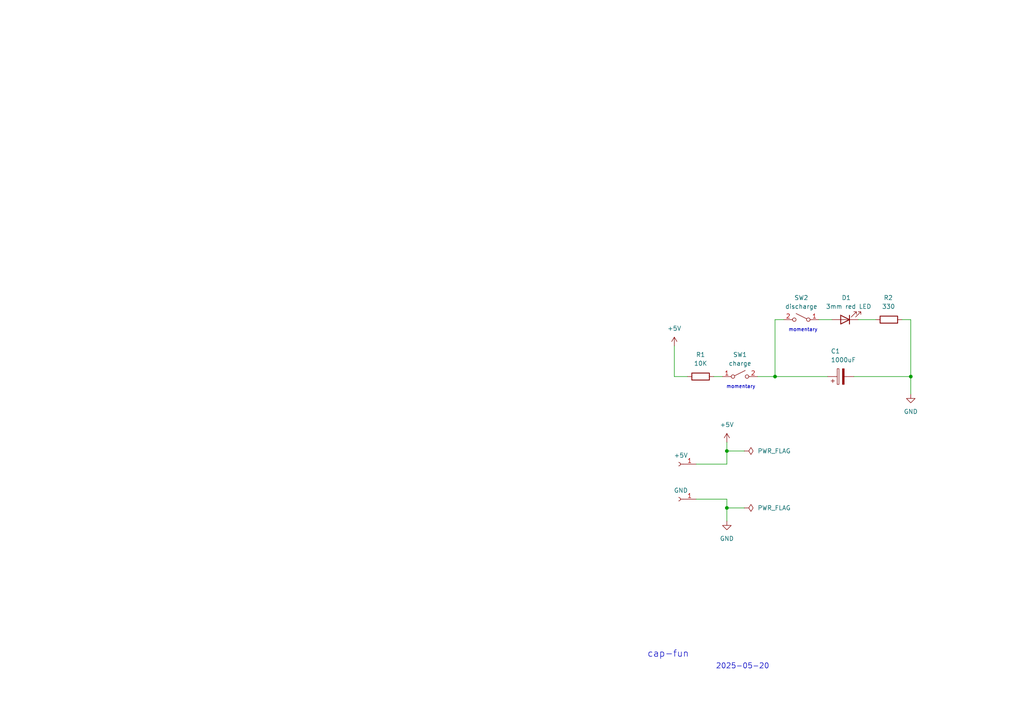
<source format=kicad_sch>
(kicad_sch (version 20250114) (generator "eeschema") (generator_version "9.0")
  (paper "A4")
  (lib_symbols
    (symbol "Connector:Conn_01x01_Socket" (pin_names (offset 1.016) (hide yes))
      (property "Reference" "J" (at 0 2.54 0))
      (property "Value" "Conn_01x01_Socket" (at 0 -2.54 0))
      (symbol "Conn_01x01_Socket_1_1"
        (polyline (pts (xy -1.27 0) (xy -0.508 0)) (stroke (width 0.1524)))
        (arc (start 0 -0.508) (mid -0.5058 0) (end 0 0.508) (stroke (width 0.1524)))
        (pin passive line (at -5.08 0 0) (length 3.81) (name "Pin_1") (number "1"))
      )
    )
    (symbol "Device:C_Polarized" (pin_numbers (hide yes)) (pin_names (offset 0.254))
      (property "Reference" "C" (at 0.635 2.54 0))
      (property "Value" "C_Polarized" (at 0.635 -2.54 0))
      (symbol "C_Polarized_0_1"
        (rectangle (start -2.286 0.508) (end 2.286 1.016))
        (polyline (pts (xy -1.778 2.286) (xy -0.762 2.286)))
        (polyline (pts (xy -1.27 2.794) (xy -1.27 1.778)))
        (rectangle (start 2.286 -0.508) (end -2.286 -1.016) (fill (type outline)))
      )
      (symbol "C_Polarized_1_1"
        (pin passive line (at 0 3.81 270) (length 2.794) (name "~") (number "1"))
        (pin passive line (at 0 -3.81 90) (length 2.794) (name "~") (number "2"))
      )
    )
    (symbol "Device:LED" (pin_numbers (hide yes)) (pin_names (offset 1.016) (hide yes))
      (property "Reference" "D" (at 0 2.54 0))
      (property "Value" "LED" (at 0 -2.54 0))
      (symbol "LED_0_1"
        (polyline (pts (xy -3.048 -0.762) (xy -4.572 -2.286) (xy -3.81 -2.286) (xy -4.572 -2.286) (xy -4.572 -1.524)))
        (polyline (pts (xy -1.778 -0.762) (xy -3.302 -2.286) (xy -2.54 -2.286) (xy -3.302 -2.286) (xy -3.302 -1.524)))
        (polyline (pts (xy -1.27 0) (xy 1.27 0)))
        (polyline (pts (xy -1.27 -1.27) (xy -1.27 1.27)) (stroke (width 0.254)))
        (polyline (pts (xy 1.27 -1.27) (xy 1.27 1.27) (xy -1.27 0) (xy 1.27 -1.27)) (stroke (width 0.254)))
      )
      (symbol "LED_1_1"
        (pin passive line (at -3.81 0 0) (length 2.54) (name "K") (number "1"))
        (pin passive line (at 3.81 0 180) (length 2.54) (name "A") (number "2"))
      )
    )
    (symbol "Device:R" (pin_numbers (hide yes)) (pin_names (offset 0))
      (property "Reference" "R" (at 2.032 0 90))
      (property "Value" "R" (at 0 0 90))
      (symbol "R_0_1"
        (rectangle (start -1.016 -2.54) (end 1.016 2.54) (stroke (width 0.254)))
      )
      (symbol "R_1_1"
        (pin passive line (at 0 3.81 270) (length 1.27) (name "~") (number "1"))
        (pin passive line (at 0 -3.81 90) (length 1.27) (name "~") (number "2"))
      )
    )
    (symbol "Switch:SW_SPST" (pin_names (offset 0) (hide yes))
      (property "Reference" "SW" (at 0 3.175 0))
      (property "Value" "SW_SPST" (at 0 -2.54 0))
      (symbol "SW_SPST_0_0"
        (circle (center -2.032 0) (radius 0.508))
        (polyline (pts (xy -1.524 0.254) (xy 1.524 1.778)))
        (circle (center 2.032 0) (radius 0.508))
      )
      (symbol "SW_SPST_1_1"
        (pin passive line (at -5.08 0 0) (length 2.54) (name "A") (number "1"))
        (pin passive line (at 5.08 0 180) (length 2.54) (name "B") (number "2"))
      )
    )
    (symbol "power:+5V" (power) (pin_numbers (hide yes)) (pin_names (offset 0) (hide yes))
      (property "Value" "+5V" (at 0 3.556 0))
      (symbol "+5V_0_1"
        (polyline (pts (xy -0.762 1.27) (xy 0 2.54)))
        (polyline (pts (xy 0 2.54) (xy 0.762 1.27)))
        (polyline (pts (xy 0 0) (xy 0 2.54)))
      )
      (symbol "+5V_1_1"
        (pin power_in line (at 0 0 90) (length 0) (name "~") (number "1"))
      )
    )
    (symbol "power:GND" (power) (pin_numbers (hide yes)) (pin_names (offset 0) (hide yes))
      (property "Value" "GND" (at 0 -3.81 0))
      (symbol "GND_0_1"
        (polyline (pts (xy 0 0) (xy 0 -1.27) (xy 1.27 -1.27) (xy 0 -2.54) (xy -1.27 -1.27) (xy 0 -1.27)))
      )
      (symbol "GND_1_1"
        (pin power_in line (at 0 0 270) (length 0) (name "~") (number "1"))
      )
    )
    (symbol "power:PWR_FLAG" (power) (pin_numbers (hide yes)) (pin_names (offset 0) (hide yes))
      (property "Value" "PWR_FLAG" (at 0 3.81 0))
      (symbol "PWR_FLAG_0_0"
        (pin power_out line (at 0 0 90) (length 0) (name "~") (number "1"))
      )
      (symbol "PWR_FLAG_0_1"
        (polyline (pts (xy 0 0) (xy 0 1.27) (xy -1.016 1.905) (xy 0 2.54) (xy 1.016 1.905) (xy 0 1.27)))
      )
    )
  )
  (text "momentary" (at 232.918 95.758 0) (effects (font (size 1.016 1.016))))
  (text "2025-05-20" (at 215.392 193.294 0) (effects (font (size 1.524 1.524))))
  (text "momentary" (at 214.884 112.268 0) (effects (font (size 1.016 1.016))))
  (text "cap-fun" (at 193.802 189.738 0) (effects (font (size 1.905 1.905))))
  (junction (at 264.16 109.22))
  (junction (at 210.82 147.32))
  (junction (at 224.79 109.22))
  (junction (at 210.82 130.81))
  (wire (pts (xy 247.65 109.22) (xy 264.16 109.22)))
  (wire (pts (xy 210.82 130.81) (xy 210.82 134.62)))
  (wire (pts (xy 264.16 114.3) (xy 264.16 109.22)))
  (wire (pts (xy 224.79 92.71) (xy 227.33 92.71)))
  (wire (pts (xy 195.58 109.22) (xy 199.39 109.22)))
  (wire (pts (xy 261.62 92.71) (xy 264.16 92.71)))
  (wire (pts (xy 264.16 92.71) (xy 264.16 109.22)))
  (wire (pts (xy 219.71 109.22) (xy 224.79 109.22)))
  (wire (pts (xy 195.58 100.33) (xy 195.58 109.22)))
  (wire (pts (xy 237.49 92.71) (xy 241.3 92.71)))
  (wire (pts (xy 210.82 147.32) (xy 215.9 147.32)))
  (wire (pts (xy 210.82 144.78) (xy 210.82 147.32)))
  (wire (pts (xy 210.82 151.13) (xy 210.82 147.32)))
  (wire (pts (xy 224.79 92.71) (xy 224.79 109.22)))
  (wire (pts (xy 210.82 128.27) (xy 210.82 130.81)))
  (wire (pts (xy 248.92 92.71) (xy 254 92.71)))
  (wire (pts (xy 224.79 109.22) (xy 240.03 109.22)))
  (wire (pts (xy 210.82 144.78) (xy 201.93 144.78)))
  (wire (pts (xy 210.82 130.81) (xy 215.9 130.81)))
  (wire (pts (xy 210.82 134.62) (xy 201.93 134.62)))
  (wire (pts (xy 207.01 109.22) (xy 209.55 109.22)))
  (symbol (lib_id "Device:R") (at 257.81 92.71 270) (mirror x) (unit 1)
    (property "Reference" "R2" (at 256.286 86.36 90) (effects (justify left)))
    (property "Value" "330" (at 255.778 88.9 90) (effects (justify left)))
    (property "Footprint" "Resistor_THT:R_Axial_DIN0204_L3.6mm_D1.6mm_P7.62mm_Horizontal" (effects (hide yes)))
    (property "Description" "Resistor" (effects (hide yes)))
  )
  (symbol (lib_id "Connector:Conn_01x01_Socket") (at 196.85 134.62 180) (unit 1)
    (property "Reference" "J1" (effects (hide yes)))
    (property "Value" "+5V" (at 197.485 132.08 0))
    (property "Footprint" "TestPoint:TestPoint_THTPad_2.0x2.0mm_Drill1.0mm" (effects (hide yes)))
    (property "Description" "Generic connector, single row, 01x01, script generated" (effects (hide yes)))
  )
  (symbol (lib_id "power:GND") (at 210.82 151.13 0) (unit 1)
    (property "Reference" "#PWR08" (effects (hide yes)))
    (property "Value" "GND" (at 210.82 156.21 0))
    (property "Description" "Power symbol creates a global label with name \"GND\" , ground" (effects (hide yes)))
  )
  (symbol (lib_id "Device:LED") (at 245.11 92.71 180) (unit 1)
    (property "Reference" "D1" (at 244.094 86.36 0) (effects (justify right)))
    (property "Value" "3mm red LED" (at 239.522 88.9 0) (effects (justify right)))
    (property "Footprint" "LED_THT:LED_D3.0mm" (effects (hide yes)))
    (property "Description" "Light emitting diode" (effects (hide yes)))
    (property "Sim.Pins" "1=K 2=A" (effects (hide yes)))
  )
  (symbol (lib_id "power:+5V") (at 210.82 128.27 0) (unit 1)
    (property "Reference" "#PWR07" (effects (hide yes)))
    (property "Value" "+5V" (at 210.82 123.19 0))
    (property "Description" "Power symbol creates a global label with name \"+5V\"" (effects (hide yes)))
  )
  (symbol (lib_id "Switch:SW_SPST") (at 232.41 92.71 0) (mirror y) (unit 1)
    (property "Reference" "SW2" (at 232.41 86.36 0))
    (property "Value" "discharge" (at 232.41 88.9 0))
    (property "Footprint" "Button_Switch_THT:SW_PUSH_6mm_H4.3mm" (effects (hide yes)))
    (property "Description" "Single Pole Single Throw (SPST) switch" (effects (hide yes)))
  )
  (symbol (lib_id "power:GND") (at 264.16 114.3 0) (unit 1)
    (property "Reference" "#PWR06" (effects (hide yes)))
    (property "Value" "GND" (at 264.16 119.38 0))
    (property "Description" "Power symbol creates a global label with name \"GND\" , ground" (effects (hide yes)))
  )
  (symbol (lib_id "power:+5V") (at 195.58 100.33 0) (unit 1)
    (property "Reference" "#PWR05" (effects (hide yes)))
    (property "Value" "+5V" (at 195.58 95.25 0))
    (property "Description" "Power symbol creates a global label with name \"+5V\"" (effects (hide yes)))
  )
  (symbol (lib_id "power:PWR_FLAG") (at 215.9 130.81 270) (unit 1)
    (property "Reference" "#FLG03" (effects (hide yes)))
    (property "Value" "PWR_FLAG" (at 219.71 130.8099 90) (effects (justify left)))
    (property "Description" "Special symbol for telling ERC where power comes from" (effects (hide yes)))
  )
  (symbol (lib_id "Device:C_Polarized") (at 243.84 109.22 90) (unit 1)
    (property "Reference" "C1" (at 242.316 101.854 90))
    (property "Value" "1000uF" (at 244.602 104.394 90))
    (property "Footprint" "Capacitor_SMD:CP_Elec_3x5.3" (effects (hide yes)))
    (property "Description" "Polarized capacitor" (effects (hide yes)))
  )
  (symbol (lib_id "Device:R") (at 203.2 109.22 90) (unit 1)
    (property "Reference" "R1" (at 203.2 102.87 90))
    (property "Value" "10K" (at 203.2 105.41 90))
    (property "Footprint" "Resistor_THT:R_Axial_DIN0204_L3.6mm_D1.6mm_P7.62mm_Horizontal" (effects (hide yes)))
    (property "Description" "Resistor" (effects (hide yes)))
  )
  (symbol (lib_id "Connector:Conn_01x01_Socket") (at 196.85 144.78 180) (unit 1)
    (property "Reference" "J2" (effects (hide yes)))
    (property "Value" "GND" (at 197.485 142.24 0))
    (property "Footprint" "TestPoint:TestPoint_THTPad_2.0x2.0mm_Drill1.0mm" (effects (hide yes)))
    (property "Description" "Generic connector, single row, 01x01, script generated" (effects (hide yes)))
  )
  (symbol (lib_id "power:PWR_FLAG") (at 215.9 147.32 270) (unit 1)
    (property "Reference" "#FLG04" (effects (hide yes)))
    (property "Value" "PWR_FLAG" (at 219.71 147.3199 90) (effects (justify left)))
    (property "Description" "Special symbol for telling ERC where power comes from" (effects (hide yes)))
  )
  (symbol (lib_id "Switch:SW_SPST") (at 214.63 109.22 0) (unit 1)
    (property "Reference" "SW1" (at 214.63 102.87 0))
    (property "Value" "charge" (at 214.63 105.41 0))
    (property "Footprint" "Button_Switch_THT:SW_PUSH_6mm_H4.3mm" (effects (hide yes)))
    (property "Description" "Single Pole Single Throw (SPST) switch" (effects (hide yes)))
  )
)
</source>
